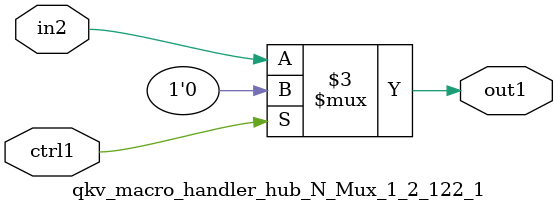
<source format=v>

`timescale 1ps / 1ps


module qkv_macro_handler_hub_N_Mux_1_2_122_1( in2, ctrl1, out1 );

    input in2;
    input ctrl1;
    output out1;
    reg out1;

    
    // rtl_process:qkv_macro_handler_hub_N_Mux_1_2_122_1/qkv_macro_handler_hub_N_Mux_1_2_122_1_thread_1
    always @*
      begin : qkv_macro_handler_hub_N_Mux_1_2_122_1_thread_1
        case (ctrl1) 
          1'b1: 
            begin
              out1 = 1'b0;
            end
          default: 
            begin
              out1 = in2;
            end
        endcase
      end

endmodule


</source>
